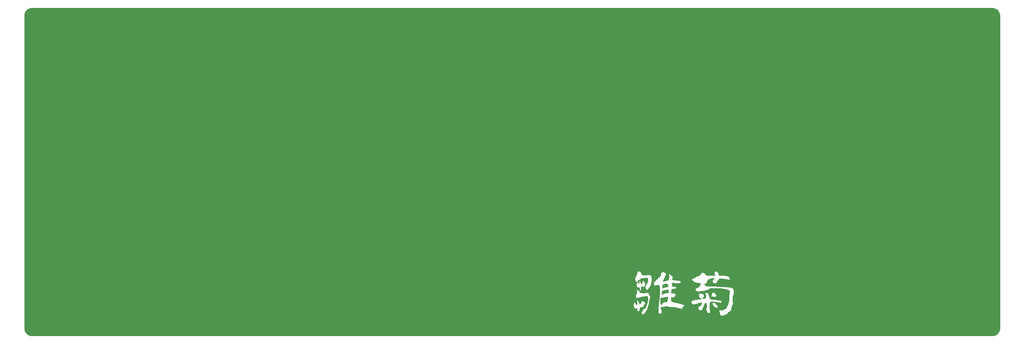
<source format=gbr>
G04 #@! TF.FileFunction,Legend,Top*
%FSLAX46Y46*%
G04 Gerber Fmt 4.6, Leading zero omitted, Abs format (unit mm)*
G04 Created by KiCad (PCBNEW 4.0.6) date 11/05/17 21:20:18*
%MOMM*%
%LPD*%
G01*
G04 APERTURE LIST*
%ADD10C,0.254000*%
%ADD11C,0.010000*%
G04 APERTURE END LIST*
D10*
D11*
G36*
X178100741Y-95380233D02*
X178013923Y-95454647D01*
X178100741Y-95541465D01*
X178162751Y-95454647D01*
X178100741Y-95380233D01*
X178100741Y-95380233D01*
X178100741Y-95380233D01*
G37*
X178100741Y-95380233D02*
X178013923Y-95454647D01*
X178100741Y-95541465D01*
X178162751Y-95454647D01*
X178100741Y-95380233D01*
X178100741Y-95380233D01*
G36*
X174243611Y-91597519D02*
X173152204Y-91833163D01*
X173152204Y-91981991D01*
X172532087Y-92230038D01*
X172457673Y-92465683D01*
X172606501Y-92936972D01*
X172755329Y-92936972D01*
X172755329Y-92230038D01*
X172916561Y-92230038D01*
X173214217Y-93011387D01*
X173375447Y-93011387D01*
X173487069Y-92862558D01*
X173536678Y-92664121D01*
X173536678Y-92428475D01*
X173536678Y-92230038D01*
X173685507Y-92230038D01*
X174082382Y-92614512D01*
X174243611Y-93259433D01*
X174392439Y-93259433D01*
X174466853Y-93172616D01*
X174652889Y-92936972D01*
X174727303Y-92626913D01*
X174814118Y-92316855D01*
X174851327Y-91981991D01*
X174690095Y-91597519D01*
X174243611Y-91597519D01*
X174243611Y-91597519D01*
X174243611Y-91597519D01*
G37*
X174243611Y-91597519D02*
X173152204Y-91833163D01*
X173152204Y-91981991D01*
X172532087Y-92230038D01*
X172457673Y-92465683D01*
X172606501Y-92936972D01*
X172755329Y-92936972D01*
X172755329Y-92230038D01*
X172916561Y-92230038D01*
X173214217Y-93011387D01*
X173375447Y-93011387D01*
X173487069Y-92862558D01*
X173536678Y-92664121D01*
X173536678Y-92428475D01*
X173536678Y-92230038D01*
X173685507Y-92230038D01*
X174082382Y-92614512D01*
X174243611Y-93259433D01*
X174392439Y-93259433D01*
X174466853Y-93172616D01*
X174652889Y-92936972D01*
X174727303Y-92626913D01*
X174814118Y-92316855D01*
X174851327Y-91981991D01*
X174690095Y-91597519D01*
X174243611Y-91597519D01*
X174243611Y-91597519D01*
G36*
X172222030Y-98852889D02*
X172308845Y-98852889D01*
X172308845Y-98914902D01*
X172370858Y-98852889D01*
X172308845Y-98766074D01*
X172222030Y-98852889D01*
X172222030Y-98852889D01*
X172222030Y-98852889D01*
G37*
X172222030Y-98852889D02*
X172308845Y-98852889D01*
X172308845Y-98914902D01*
X172370858Y-98852889D01*
X172308845Y-98766074D01*
X172222030Y-98852889D01*
X172222030Y-98852889D01*
G36*
X173685507Y-98914902D02*
X173685507Y-99055462D01*
X173759921Y-98914902D01*
X173685507Y-98914902D01*
X173685507Y-98914902D01*
X173685507Y-98914902D01*
G37*
X173685507Y-98914902D02*
X173685507Y-99055462D01*
X173759921Y-98914902D01*
X173685507Y-98914902D01*
X173685507Y-98914902D01*
G36*
X172308845Y-92614512D02*
X172370858Y-92540097D01*
X172308845Y-92465683D01*
X172222030Y-92540097D01*
X172308845Y-92614512D01*
X172308845Y-92614512D01*
X172308845Y-92614512D01*
G37*
X172308845Y-92614512D02*
X172370858Y-92540097D01*
X172308845Y-92465683D01*
X172222030Y-92540097D01*
X172308845Y-92614512D01*
X172308845Y-92614512D01*
G36*
X29773879Y-28074782D02*
X29775440Y-28075840D01*
X29121269Y-28205069D01*
X28575492Y-28575784D01*
X28204651Y-29121565D01*
X28075285Y-29775997D01*
X28074253Y-29773880D01*
X28074253Y-103573511D01*
X28075285Y-103575627D01*
X28204379Y-104229366D01*
X28574711Y-104774768D01*
X29119982Y-105145509D01*
X29773890Y-105275266D01*
X173536689Y-105275266D01*
X173536689Y-100328798D01*
X173301043Y-99783095D01*
X173685517Y-99055491D01*
X173685517Y-98914931D01*
X173685517Y-98518056D01*
X172990986Y-98604871D01*
X172829754Y-99398621D01*
X172606512Y-99398621D01*
X172606512Y-99621863D01*
X172308856Y-99398621D01*
X172308856Y-98914931D01*
X172222041Y-98852918D01*
X172135223Y-98852918D01*
X171911981Y-98914931D01*
X171639129Y-98778504D01*
X171490301Y-98530457D01*
X171453096Y-98220400D01*
X171453096Y-97897939D01*
X171601924Y-97414246D01*
X171837567Y-97414246D01*
X171986395Y-97897939D01*
X172308856Y-97897939D01*
X172308856Y-97749111D01*
X172222041Y-96880947D01*
X172457684Y-96880947D01*
X172606512Y-97265418D01*
X172755340Y-97265418D01*
X172829754Y-97811121D01*
X172990986Y-97811121D01*
X173301043Y-97414246D01*
X173214228Y-97104189D01*
X173449872Y-97042176D01*
X173449872Y-96955361D01*
X173536689Y-96955361D01*
X174144403Y-97414246D01*
X174144403Y-97749111D01*
X173685517Y-98518056D01*
X173685517Y-98914931D01*
X174082392Y-98852918D01*
X174144403Y-98691689D01*
X174293231Y-98691689D01*
X174454463Y-98096377D01*
X174690106Y-97501064D01*
X174776924Y-96880947D01*
X174776924Y-96248426D01*
X174690106Y-95938369D01*
X174293231Y-95938369D01*
X173759931Y-96049989D01*
X173177020Y-96087197D01*
X172680926Y-96285634D01*
X172135223Y-96397254D01*
X171986395Y-96335244D01*
X171911981Y-95851551D01*
X172060809Y-95541494D01*
X172172431Y-95231434D01*
X172222041Y-94834559D01*
X172222041Y-94437684D01*
X172370869Y-94437684D01*
X172755340Y-94673330D01*
X172916572Y-95070205D01*
X173152215Y-95111546D01*
X173152215Y-94673330D01*
X172990986Y-94673330D01*
X172866963Y-94512098D01*
X172829754Y-94313660D01*
X172829754Y-94078017D01*
X172829754Y-93879580D01*
X172222041Y-93792762D01*
X172135223Y-93259463D01*
X172308856Y-92614541D01*
X171911981Y-92540127D01*
X171763153Y-91833192D01*
X171949189Y-91361903D01*
X172172431Y-90965028D01*
X172296455Y-90530947D01*
X172370869Y-90010048D01*
X172606512Y-90010048D01*
X173152215Y-90171278D01*
X173449872Y-90965028D01*
X174243622Y-90965028D01*
X175086981Y-90890614D01*
X175620283Y-91126259D01*
X175781512Y-92155653D01*
X175657489Y-92775770D01*
X175496260Y-93371082D01*
X175186200Y-93916785D01*
X174851338Y-94437684D01*
X174466864Y-94437684D01*
X174144403Y-93966395D01*
X174293231Y-93333877D01*
X174243622Y-93333877D01*
X173908760Y-93792762D01*
X173685517Y-93792762D01*
X173685517Y-93643934D01*
X173301043Y-93643934D01*
X173152215Y-94673330D01*
X173152215Y-95111546D01*
X173759931Y-95219033D01*
X174776924Y-95144619D01*
X175000166Y-95219033D01*
X175235809Y-95777137D01*
X175322627Y-95777137D01*
X175384637Y-95938369D01*
X175186200Y-97042176D01*
X174962957Y-98059168D01*
X174615692Y-99076160D01*
X174082392Y-100006337D01*
X173536689Y-100328798D01*
X173536689Y-105275266D01*
X177716278Y-105275266D01*
X177716278Y-100093153D01*
X177641864Y-100006337D01*
X177480635Y-100093153D01*
X177282197Y-99857509D01*
X177257406Y-99559853D01*
X177257406Y-99237392D01*
X177257406Y-98914931D01*
X177356624Y-97699502D01*
X177517853Y-96521278D01*
X177641877Y-95305848D01*
X177641877Y-94040809D01*
X177406234Y-93333877D01*
X177096174Y-93333877D01*
X176463656Y-93482705D01*
X176228010Y-93333877D01*
X176165999Y-92701356D01*
X176389242Y-92378895D01*
X176550471Y-92378895D01*
X176699299Y-92155653D01*
X177406234Y-91448720D01*
X177555062Y-91448720D01*
X177666682Y-91163465D01*
X177827913Y-90927822D01*
X177865119Y-90654970D01*
X177939533Y-90344910D01*
X178559650Y-90171278D01*
X179018538Y-90493739D01*
X179018538Y-91051845D01*
X178336408Y-92378895D01*
X178708478Y-92378895D01*
X179638656Y-92155653D01*
X179787484Y-91361903D01*
X179713070Y-90803798D01*
X179936312Y-90729384D01*
X180655648Y-91275088D01*
X180655648Y-91597548D01*
X180568830Y-92068838D01*
X182491195Y-92304481D01*
X182578010Y-92701356D01*
X182193538Y-92775770D01*
X182193538Y-92937002D01*
X181809064Y-92937002D01*
X180494416Y-92775770D01*
X180494416Y-92937002D01*
X180568830Y-93333877D01*
X180494416Y-93569520D01*
X181573421Y-93730752D01*
X181573421Y-93879580D01*
X181499007Y-93879580D01*
X181412189Y-94189637D01*
X180420002Y-94276455D01*
X180320783Y-95219033D01*
X181350179Y-95293447D01*
X181350179Y-95777137D01*
X181263361Y-95777137D01*
X181188947Y-96161611D01*
X180568830Y-96248426D01*
X180320783Y-96161611D01*
X180320783Y-97042176D01*
X180568830Y-97191004D01*
X181263361Y-97389442D01*
X181995101Y-97538270D01*
X182689632Y-97736707D01*
X183359359Y-97972353D01*
X183359359Y-98145986D01*
X183185726Y-98456043D01*
X182974885Y-98456043D01*
X182974885Y-98914931D01*
X182578010Y-98914931D01*
X181883478Y-98778504D01*
X181226156Y-98580067D01*
X180494416Y-98456043D01*
X179713070Y-98456043D01*
X179713070Y-98369228D01*
X179179767Y-98294814D01*
X178249593Y-98518056D01*
X177865119Y-98456043D01*
X177865119Y-98766103D01*
X178162775Y-99857509D01*
X177939533Y-99857509D01*
X177939533Y-100006337D01*
X177716291Y-100093153D01*
X177716291Y-105275266D01*
X188853595Y-105275266D01*
X188853595Y-99956728D01*
X188469124Y-98939736D01*
X188667562Y-98406434D01*
X188580744Y-98195595D01*
X188580744Y-97922744D01*
X188580744Y-97649892D01*
X188283088Y-97575478D01*
X187613361Y-99150574D01*
X187228890Y-99212587D01*
X187228890Y-99274598D01*
X186943635Y-99274598D01*
X186770002Y-99212587D01*
X186658382Y-98468447D01*
X186770002Y-98319619D01*
X186943635Y-98319619D01*
X187042853Y-98121181D01*
X187228890Y-98121181D01*
X187514142Y-97451455D01*
X187228890Y-97451455D01*
X186571564Y-97575478D01*
X186571564Y-97711903D01*
X185604181Y-97922744D01*
X185132892Y-97711903D01*
X184959260Y-97377041D01*
X185331330Y-96905752D01*
X185790218Y-96843738D01*
X185790218Y-96694910D01*
X187340510Y-96632900D01*
X187340510Y-96434462D01*
X186943635Y-96360048D01*
X186770002Y-95417470D01*
X186844416Y-95268642D01*
X187414924Y-95268642D01*
X187898616Y-95479481D01*
X187985431Y-96012783D01*
X187712580Y-96496473D01*
X188283088Y-96496473D01*
X188283088Y-96360048D01*
X188469124Y-96360048D01*
X188469124Y-95690322D01*
X188283088Y-95070205D01*
X188853595Y-95070205D01*
X189089241Y-95442275D01*
X189238069Y-95814345D01*
X189324885Y-96223621D01*
X189523322Y-96632900D01*
X190230257Y-96707314D01*
X190565119Y-96738318D01*
X190565119Y-96137838D01*
X190478304Y-96149215D01*
X189610140Y-95950778D01*
X189610140Y-95752340D01*
X189808577Y-95752340D01*
X189907796Y-95070213D01*
X190292267Y-94995799D01*
X190478304Y-95070213D01*
X190478304Y-95206637D01*
X190763556Y-95268650D01*
X190961994Y-95814353D01*
X190850374Y-95913572D01*
X190800765Y-96062400D01*
X190664338Y-96124411D01*
X190565119Y-96137851D01*
X190565119Y-96738331D01*
X190899984Y-96769338D01*
X191569710Y-96868556D01*
X192189827Y-97042189D01*
X192189827Y-97451468D01*
X191718538Y-97513478D01*
X191247249Y-97377054D01*
X190713947Y-97277835D01*
X190565119Y-97270585D01*
X190565119Y-97513465D01*
X191148030Y-98121181D01*
X191334064Y-98121181D01*
X191334064Y-98406434D01*
X191048812Y-98728895D01*
X190961994Y-98728895D01*
X190478304Y-98406434D01*
X190292267Y-98406434D01*
X189994611Y-97711903D01*
X190093830Y-97513465D01*
X190565119Y-97513465D01*
X190565119Y-97270585D01*
X190193049Y-97253017D01*
X189610140Y-97253017D01*
X189337288Y-97612684D01*
X189337288Y-98083973D01*
X189337288Y-98567666D01*
X189337288Y-99001746D01*
X189523322Y-99807900D01*
X188853595Y-99956728D01*
X188853595Y-105275266D01*
X191991390Y-105275266D01*
X191991390Y-100490028D01*
X191817757Y-100415613D01*
X191619319Y-99349012D01*
X191718538Y-99150574D01*
X191916976Y-99150574D01*
X192289046Y-99212587D01*
X193231624Y-98728895D01*
X193665705Y-97823525D01*
X193913752Y-96868543D01*
X193913752Y-95851551D01*
X194000569Y-94859364D01*
X193913752Y-94536903D01*
X193727718Y-94536903D01*
X193727718Y-94400478D01*
X192859554Y-94226845D01*
X191904572Y-94127627D01*
X190899984Y-94053213D01*
X189907796Y-94053213D01*
X189238069Y-94189637D01*
X189238069Y-94326064D01*
X187799398Y-94735340D01*
X187414924Y-94660926D01*
X187414924Y-94797353D01*
X186658382Y-94859364D01*
X186273908Y-94797353D01*
X186273908Y-94660926D01*
X185988655Y-94598916D01*
X185988655Y-94251650D01*
X186273908Y-93991199D01*
X186770002Y-93780361D01*
X186943635Y-93619129D01*
X187092463Y-93383486D01*
X187142072Y-93147840D01*
X187142072Y-92899793D01*
X185988655Y-92763369D01*
X185988655Y-92626942D01*
X185703400Y-92626942D01*
X185517366Y-92292080D01*
X185331330Y-92292080D01*
X185132892Y-91820791D01*
X185331330Y-91820791D01*
X185331330Y-91684364D01*
X185988655Y-91547939D01*
X185988655Y-91399111D01*
X187042853Y-91002236D01*
X187514142Y-90382119D01*
X187898616Y-90382119D01*
X188369905Y-90667371D01*
X188580744Y-91064246D01*
X190664338Y-91064246D01*
X190664338Y-90927822D01*
X190515510Y-90803798D01*
X190478304Y-90630166D01*
X190478304Y-90431728D01*
X190478304Y-90258095D01*
X190565119Y-90121668D01*
X191048812Y-90034853D01*
X191148030Y-90258095D01*
X191334064Y-90258095D01*
X191619319Y-91002236D01*
X192202228Y-91002236D01*
X192772736Y-91064246D01*
X193293635Y-91101455D01*
X193802132Y-91200673D01*
X193802132Y-91399111D01*
X194000569Y-91399111D01*
X194099788Y-92081239D01*
X193913752Y-92081239D01*
X193343244Y-91957215D01*
X192809944Y-91857996D01*
X192239437Y-91820791D01*
X191619319Y-91820791D01*
X191532502Y-92230067D01*
X191148030Y-92292080D01*
X191148030Y-92465713D01*
X191048812Y-92639345D01*
X190899984Y-92775770D01*
X190850374Y-92899793D01*
X190565119Y-92899793D01*
X190093830Y-92701356D01*
X189994611Y-92428504D01*
X190478304Y-91733973D01*
X189907796Y-91733973D01*
X188952814Y-92081239D01*
X188580744Y-92899793D01*
X188183869Y-92974207D01*
X188183869Y-93247059D01*
X188580744Y-93581923D01*
X190230257Y-93581923D01*
X191805353Y-93656338D01*
X193380452Y-93755556D01*
X194161800Y-93857873D01*
X194868733Y-94115223D01*
X195017562Y-94425283D01*
X195067171Y-94772548D01*
X195067171Y-95070205D01*
X195067171Y-95417470D01*
X194868733Y-95777137D01*
X194769515Y-96198817D01*
X194769515Y-96645301D01*
X194769515Y-97042176D01*
X194868733Y-97711903D01*
X194571077Y-98406434D01*
X194484259Y-99349012D01*
X194298226Y-99349012D01*
X194199007Y-99547449D01*
X194000569Y-99547449D01*
X194000569Y-99671473D01*
X193802132Y-99671473D01*
X193628499Y-100006337D01*
X192958773Y-100415613D01*
X191991390Y-100490028D01*
X191991390Y-105275266D01*
X255973529Y-105275266D01*
X255976624Y-105275266D01*
X256630525Y-105145909D01*
X257175956Y-104775324D01*
X257546502Y-104229800D01*
X257675747Y-103575627D01*
X257675747Y-103573511D01*
X257675747Y-29775950D01*
X257546640Y-29121955D01*
X257176215Y-28576265D01*
X256630776Y-28205378D01*
X255976624Y-28075793D01*
X255973529Y-28074734D01*
X29773879Y-28074782D01*
X29773879Y-28074782D01*
G37*
X29773879Y-28074782D02*
X29775440Y-28075840D01*
X29121269Y-28205069D01*
X28575492Y-28575784D01*
X28204651Y-29121565D01*
X28075285Y-29775997D01*
X28074253Y-29773880D01*
X28074253Y-103573511D01*
X28075285Y-103575627D01*
X28204379Y-104229366D01*
X28574711Y-104774768D01*
X29119982Y-105145509D01*
X29773890Y-105275266D01*
X173536689Y-105275266D01*
X173536689Y-100328798D01*
X173301043Y-99783095D01*
X173685517Y-99055491D01*
X173685517Y-98914931D01*
X173685517Y-98518056D01*
X172990986Y-98604871D01*
X172829754Y-99398621D01*
X172606512Y-99398621D01*
X172606512Y-99621863D01*
X172308856Y-99398621D01*
X172308856Y-98914931D01*
X172222041Y-98852918D01*
X172135223Y-98852918D01*
X171911981Y-98914931D01*
X171639129Y-98778504D01*
X171490301Y-98530457D01*
X171453096Y-98220400D01*
X171453096Y-97897939D01*
X171601924Y-97414246D01*
X171837567Y-97414246D01*
X171986395Y-97897939D01*
X172308856Y-97897939D01*
X172308856Y-97749111D01*
X172222041Y-96880947D01*
X172457684Y-96880947D01*
X172606512Y-97265418D01*
X172755340Y-97265418D01*
X172829754Y-97811121D01*
X172990986Y-97811121D01*
X173301043Y-97414246D01*
X173214228Y-97104189D01*
X173449872Y-97042176D01*
X173449872Y-96955361D01*
X173536689Y-96955361D01*
X174144403Y-97414246D01*
X174144403Y-97749111D01*
X173685517Y-98518056D01*
X173685517Y-98914931D01*
X174082392Y-98852918D01*
X174144403Y-98691689D01*
X174293231Y-98691689D01*
X174454463Y-98096377D01*
X174690106Y-97501064D01*
X174776924Y-96880947D01*
X174776924Y-96248426D01*
X174690106Y-95938369D01*
X174293231Y-95938369D01*
X173759931Y-96049989D01*
X173177020Y-96087197D01*
X172680926Y-96285634D01*
X172135223Y-96397254D01*
X171986395Y-96335244D01*
X171911981Y-95851551D01*
X172060809Y-95541494D01*
X172172431Y-95231434D01*
X172222041Y-94834559D01*
X172222041Y-94437684D01*
X172370869Y-94437684D01*
X172755340Y-94673330D01*
X172916572Y-95070205D01*
X173152215Y-95111546D01*
X173152215Y-94673330D01*
X172990986Y-94673330D01*
X172866963Y-94512098D01*
X172829754Y-94313660D01*
X172829754Y-94078017D01*
X172829754Y-93879580D01*
X172222041Y-93792762D01*
X172135223Y-93259463D01*
X172308856Y-92614541D01*
X171911981Y-92540127D01*
X171763153Y-91833192D01*
X171949189Y-91361903D01*
X172172431Y-90965028D01*
X172296455Y-90530947D01*
X172370869Y-90010048D01*
X172606512Y-90010048D01*
X173152215Y-90171278D01*
X173449872Y-90965028D01*
X174243622Y-90965028D01*
X175086981Y-90890614D01*
X175620283Y-91126259D01*
X175781512Y-92155653D01*
X175657489Y-92775770D01*
X175496260Y-93371082D01*
X175186200Y-93916785D01*
X174851338Y-94437684D01*
X174466864Y-94437684D01*
X174144403Y-93966395D01*
X174293231Y-93333877D01*
X174243622Y-93333877D01*
X173908760Y-93792762D01*
X173685517Y-93792762D01*
X173685517Y-93643934D01*
X173301043Y-93643934D01*
X173152215Y-94673330D01*
X173152215Y-95111546D01*
X173759931Y-95219033D01*
X174776924Y-95144619D01*
X175000166Y-95219033D01*
X175235809Y-95777137D01*
X175322627Y-95777137D01*
X175384637Y-95938369D01*
X175186200Y-97042176D01*
X174962957Y-98059168D01*
X174615692Y-99076160D01*
X174082392Y-100006337D01*
X173536689Y-100328798D01*
X173536689Y-105275266D01*
X177716278Y-105275266D01*
X177716278Y-100093153D01*
X177641864Y-100006337D01*
X177480635Y-100093153D01*
X177282197Y-99857509D01*
X177257406Y-99559853D01*
X177257406Y-99237392D01*
X177257406Y-98914931D01*
X177356624Y-97699502D01*
X177517853Y-96521278D01*
X177641877Y-95305848D01*
X177641877Y-94040809D01*
X177406234Y-93333877D01*
X177096174Y-93333877D01*
X176463656Y-93482705D01*
X176228010Y-93333877D01*
X176165999Y-92701356D01*
X176389242Y-92378895D01*
X176550471Y-92378895D01*
X176699299Y-92155653D01*
X177406234Y-91448720D01*
X177555062Y-91448720D01*
X177666682Y-91163465D01*
X177827913Y-90927822D01*
X177865119Y-90654970D01*
X177939533Y-90344910D01*
X178559650Y-90171278D01*
X179018538Y-90493739D01*
X179018538Y-91051845D01*
X178336408Y-92378895D01*
X178708478Y-92378895D01*
X179638656Y-92155653D01*
X179787484Y-91361903D01*
X179713070Y-90803798D01*
X179936312Y-90729384D01*
X180655648Y-91275088D01*
X180655648Y-91597548D01*
X180568830Y-92068838D01*
X182491195Y-92304481D01*
X182578010Y-92701356D01*
X182193538Y-92775770D01*
X182193538Y-92937002D01*
X181809064Y-92937002D01*
X180494416Y-92775770D01*
X180494416Y-92937002D01*
X180568830Y-93333877D01*
X180494416Y-93569520D01*
X181573421Y-93730752D01*
X181573421Y-93879580D01*
X181499007Y-93879580D01*
X181412189Y-94189637D01*
X180420002Y-94276455D01*
X180320783Y-95219033D01*
X181350179Y-95293447D01*
X181350179Y-95777137D01*
X181263361Y-95777137D01*
X181188947Y-96161611D01*
X180568830Y-96248426D01*
X180320783Y-96161611D01*
X180320783Y-97042176D01*
X180568830Y-97191004D01*
X181263361Y-97389442D01*
X181995101Y-97538270D01*
X182689632Y-97736707D01*
X183359359Y-97972353D01*
X183359359Y-98145986D01*
X183185726Y-98456043D01*
X182974885Y-98456043D01*
X182974885Y-98914931D01*
X182578010Y-98914931D01*
X181883478Y-98778504D01*
X181226156Y-98580067D01*
X180494416Y-98456043D01*
X179713070Y-98456043D01*
X179713070Y-98369228D01*
X179179767Y-98294814D01*
X178249593Y-98518056D01*
X177865119Y-98456043D01*
X177865119Y-98766103D01*
X178162775Y-99857509D01*
X177939533Y-99857509D01*
X177939533Y-100006337D01*
X177716291Y-100093153D01*
X177716291Y-105275266D01*
X188853595Y-105275266D01*
X188853595Y-99956728D01*
X188469124Y-98939736D01*
X188667562Y-98406434D01*
X188580744Y-98195595D01*
X188580744Y-97922744D01*
X188580744Y-97649892D01*
X188283088Y-97575478D01*
X187613361Y-99150574D01*
X187228890Y-99212587D01*
X187228890Y-99274598D01*
X186943635Y-99274598D01*
X186770002Y-99212587D01*
X186658382Y-98468447D01*
X186770002Y-98319619D01*
X186943635Y-98319619D01*
X187042853Y-98121181D01*
X187228890Y-98121181D01*
X187514142Y-97451455D01*
X187228890Y-97451455D01*
X186571564Y-97575478D01*
X186571564Y-97711903D01*
X185604181Y-97922744D01*
X185132892Y-97711903D01*
X184959260Y-97377041D01*
X185331330Y-96905752D01*
X185790218Y-96843738D01*
X185790218Y-96694910D01*
X187340510Y-96632900D01*
X187340510Y-96434462D01*
X186943635Y-96360048D01*
X186770002Y-95417470D01*
X186844416Y-95268642D01*
X187414924Y-95268642D01*
X187898616Y-95479481D01*
X187985431Y-96012783D01*
X187712580Y-96496473D01*
X188283088Y-96496473D01*
X188283088Y-96360048D01*
X188469124Y-96360048D01*
X188469124Y-95690322D01*
X188283088Y-95070205D01*
X188853595Y-95070205D01*
X189089241Y-95442275D01*
X189238069Y-95814345D01*
X189324885Y-96223621D01*
X189523322Y-96632900D01*
X190230257Y-96707314D01*
X190565119Y-96738318D01*
X190565119Y-96137838D01*
X190478304Y-96149215D01*
X189610140Y-95950778D01*
X189610140Y-95752340D01*
X189808577Y-95752340D01*
X189907796Y-95070213D01*
X190292267Y-94995799D01*
X190478304Y-95070213D01*
X190478304Y-95206637D01*
X190763556Y-95268650D01*
X190961994Y-95814353D01*
X190850374Y-95913572D01*
X190800765Y-96062400D01*
X190664338Y-96124411D01*
X190565119Y-96137851D01*
X190565119Y-96738331D01*
X190899984Y-96769338D01*
X191569710Y-96868556D01*
X192189827Y-97042189D01*
X192189827Y-97451468D01*
X191718538Y-97513478D01*
X191247249Y-97377054D01*
X190713947Y-97277835D01*
X190565119Y-97270585D01*
X190565119Y-97513465D01*
X191148030Y-98121181D01*
X191334064Y-98121181D01*
X191334064Y-98406434D01*
X191048812Y-98728895D01*
X190961994Y-98728895D01*
X190478304Y-98406434D01*
X190292267Y-98406434D01*
X189994611Y-97711903D01*
X190093830Y-97513465D01*
X190565119Y-97513465D01*
X190565119Y-97270585D01*
X190193049Y-97253017D01*
X189610140Y-97253017D01*
X189337288Y-97612684D01*
X189337288Y-98083973D01*
X189337288Y-98567666D01*
X189337288Y-99001746D01*
X189523322Y-99807900D01*
X188853595Y-99956728D01*
X188853595Y-105275266D01*
X191991390Y-105275266D01*
X191991390Y-100490028D01*
X191817757Y-100415613D01*
X191619319Y-99349012D01*
X191718538Y-99150574D01*
X191916976Y-99150574D01*
X192289046Y-99212587D01*
X193231624Y-98728895D01*
X193665705Y-97823525D01*
X193913752Y-96868543D01*
X193913752Y-95851551D01*
X194000569Y-94859364D01*
X193913752Y-94536903D01*
X193727718Y-94536903D01*
X193727718Y-94400478D01*
X192859554Y-94226845D01*
X191904572Y-94127627D01*
X190899984Y-94053213D01*
X189907796Y-94053213D01*
X189238069Y-94189637D01*
X189238069Y-94326064D01*
X187799398Y-94735340D01*
X187414924Y-94660926D01*
X187414924Y-94797353D01*
X186658382Y-94859364D01*
X186273908Y-94797353D01*
X186273908Y-94660926D01*
X185988655Y-94598916D01*
X185988655Y-94251650D01*
X186273908Y-93991199D01*
X186770002Y-93780361D01*
X186943635Y-93619129D01*
X187092463Y-93383486D01*
X187142072Y-93147840D01*
X187142072Y-92899793D01*
X185988655Y-92763369D01*
X185988655Y-92626942D01*
X185703400Y-92626942D01*
X185517366Y-92292080D01*
X185331330Y-92292080D01*
X185132892Y-91820791D01*
X185331330Y-91820791D01*
X185331330Y-91684364D01*
X185988655Y-91547939D01*
X185988655Y-91399111D01*
X187042853Y-91002236D01*
X187514142Y-90382119D01*
X187898616Y-90382119D01*
X188369905Y-90667371D01*
X188580744Y-91064246D01*
X190664338Y-91064246D01*
X190664338Y-90927822D01*
X190515510Y-90803798D01*
X190478304Y-90630166D01*
X190478304Y-90431728D01*
X190478304Y-90258095D01*
X190565119Y-90121668D01*
X191048812Y-90034853D01*
X191148030Y-90258095D01*
X191334064Y-90258095D01*
X191619319Y-91002236D01*
X192202228Y-91002236D01*
X192772736Y-91064246D01*
X193293635Y-91101455D01*
X193802132Y-91200673D01*
X193802132Y-91399111D01*
X194000569Y-91399111D01*
X194099788Y-92081239D01*
X193913752Y-92081239D01*
X193343244Y-91957215D01*
X192809944Y-91857996D01*
X192239437Y-91820791D01*
X191619319Y-91820791D01*
X191532502Y-92230067D01*
X191148030Y-92292080D01*
X191148030Y-92465713D01*
X191048812Y-92639345D01*
X190899984Y-92775770D01*
X190850374Y-92899793D01*
X190565119Y-92899793D01*
X190093830Y-92701356D01*
X189994611Y-92428504D01*
X190478304Y-91733973D01*
X189907796Y-91733973D01*
X188952814Y-92081239D01*
X188580744Y-92899793D01*
X188183869Y-92974207D01*
X188183869Y-93247059D01*
X188580744Y-93581923D01*
X190230257Y-93581923D01*
X191805353Y-93656338D01*
X193380452Y-93755556D01*
X194161800Y-93857873D01*
X194868733Y-94115223D01*
X195017562Y-94425283D01*
X195067171Y-94772548D01*
X195067171Y-95070205D01*
X195067171Y-95417470D01*
X194868733Y-95777137D01*
X194769515Y-96198817D01*
X194769515Y-96645301D01*
X194769515Y-97042176D01*
X194868733Y-97711903D01*
X194571077Y-98406434D01*
X194484259Y-99349012D01*
X194298226Y-99349012D01*
X194199007Y-99547449D01*
X194000569Y-99547449D01*
X194000569Y-99671473D01*
X193802132Y-99671473D01*
X193628499Y-100006337D01*
X192958773Y-100415613D01*
X191991390Y-100490028D01*
X191991390Y-105275266D01*
X255973529Y-105275266D01*
X255976624Y-105275266D01*
X256630525Y-105145909D01*
X257175956Y-104775324D01*
X257546502Y-104229800D01*
X257675747Y-103575627D01*
X257675747Y-103573511D01*
X257675747Y-29775950D01*
X257546640Y-29121955D01*
X257176215Y-28576265D01*
X256630776Y-28205378D01*
X255976624Y-28075793D01*
X255973529Y-28074734D01*
X29773879Y-28074782D01*
G36*
X179018514Y-93011387D02*
X178249569Y-93259433D01*
X178249569Y-93966366D01*
X178485212Y-93966366D01*
X178559626Y-93879551D01*
X179564217Y-93643905D01*
X179564217Y-93408262D01*
X179415389Y-93085801D01*
X179018514Y-93011387D01*
X179018514Y-93011387D01*
G37*
X179018514Y-93011387D02*
X178249569Y-93259433D01*
X178249569Y-93966366D01*
X178485212Y-93966366D01*
X178559626Y-93879551D01*
X179564217Y-93643905D01*
X179564217Y-93408262D01*
X179415389Y-93085801D01*
X179018514Y-93011387D01*
G36*
X179241756Y-94437655D02*
X178162751Y-94673301D01*
X178100741Y-95380233D01*
X178249569Y-95541465D01*
X178336384Y-95454647D01*
X178336384Y-95380233D01*
X178634040Y-95256209D01*
X178981306Y-95219004D01*
X179328572Y-95181795D01*
X179638631Y-95070176D01*
X179638631Y-94437655D01*
X179241756Y-94437655D01*
X179241756Y-94437655D01*
G37*
X179241756Y-94437655D02*
X178162751Y-94673301D01*
X178100741Y-95380233D01*
X178249569Y-95541465D01*
X178336384Y-95454647D01*
X178336384Y-95380233D01*
X178634040Y-95256209D01*
X178981306Y-95219004D01*
X179328572Y-95181795D01*
X179638631Y-95070176D01*
X179638631Y-94437655D01*
X179241756Y-94437655D01*
G36*
X179415389Y-96161582D02*
X177790681Y-96397225D01*
X177790681Y-97587850D01*
X177939509Y-97972324D01*
X178013923Y-97897910D01*
X178013923Y-97749082D01*
X178249569Y-97662264D01*
X178336384Y-97414217D01*
X178559626Y-97414217D01*
X178559626Y-97265389D01*
X179179743Y-97265389D01*
X179179743Y-97104160D01*
X179415389Y-97042147D01*
X179564217Y-96161582D01*
X179415389Y-96161582D01*
X179415389Y-96161582D01*
G37*
X179415389Y-96161582D02*
X177790681Y-96397225D01*
X177790681Y-97587850D01*
X177939509Y-97972324D01*
X178013923Y-97897910D01*
X178013923Y-97749082D01*
X178249569Y-97662264D01*
X178336384Y-97414217D01*
X178559626Y-97414217D01*
X178559626Y-97265389D01*
X179179743Y-97265389D01*
X179179743Y-97104160D01*
X179415389Y-97042147D01*
X179564217Y-96161582D01*
X179415389Y-96161582D01*
M02*

</source>
